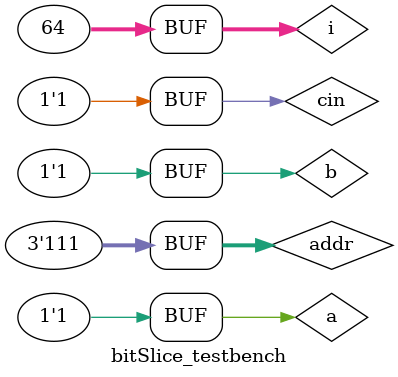
<source format=sv>
`timescale 1ns/10ps
module bitSlice(a, b, cin, addr, cout, bitVal);
	input logic a, b, cin;
	input logic [2:0] addr;
	output logic cout, bitVal;
	
	logic flipB, sendToFullAdder, fAdderToMux, andToMux, orToMux, xorToMux; 
	
	//create a mux to control subtract vs add
	not #5 aNot (flipB, b);
	mux2_1 addSub (.out(sendToFullAdder), .i0(b), .i1(flipB), .sel(addr[0]));
	
	//plug values into the full adder
	fullAdder theAdder(.a, .b(sendToFullAdder), .cin, .cout, .sum(fAdderToMux));
	
	//do the three gate values
	and #5 theAnd (andToMux, a, b);
	or #5 theOr(orToMux, a, b);
	xor #5 theXor(xorToMux, a, b);
	
	logic [7:0] muxIns;
	
	//link the values to muxIns
	always_comb begin
		muxIns[7] = 1'b0;
		muxIns[6] = xorToMux;
		muxIns[5] = orToMux;
		muxIns[4] = andToMux;
		muxIns[3] = fAdderToMux;
		muxIns[2] = fAdderToMux;
		muxIns[1] = 1'b0;
		muxIns[0] = b;
	end
	
	//link all the bits to a mux to determine which should be sent out
	mux8x1 outputMux (.out(bitVal), .addr, .muxIns);
endmodule

module bitSlice_testbench();
	logic a, b, cin;
	logic [2:0] addr;
	logic cout, bitVal;

	bitSlice dut (.a, .b, .cin, .addr, .cout, .bitVal);

	integer i;
	initial begin
		for(i=0; i<64; i++) begin
			{addr, a, b, cin} = i; #1000;
		end
	end
endmodule 
</source>
